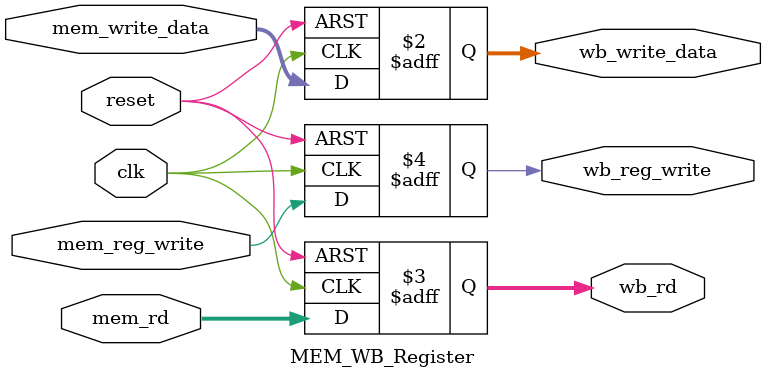
<source format=v>
module MEM_WB_Register (
    input clk,
    input reset,
    input [31:0] mem_write_data,
    input [4:0] mem_rd,
    input mem_reg_write,
    output reg [31:0] wb_write_data,
    output reg [4:0] wb_rd,
    output reg wb_reg_write
);
    always @(posedge clk or posedge reset) begin
        if (reset) begin
            wb_write_data <= 0;
            wb_rd <= 0;
            wb_reg_write <= 0;
        end else begin
            wb_write_data <= mem_write_data;
            wb_rd <= mem_rd;
            wb_reg_write <= mem_reg_write;
        end
    end
endmodule
</source>
